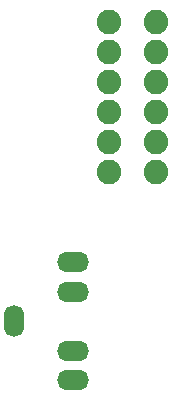
<source format=gbs>
G04*
G04 #@! TF.GenerationSoftware,Altium Limited,CircuitStudio,1.5.2 (30)*
G04*
G04 Layer_Color=8150272*
%FSLAX25Y25*%
%MOIN*%
G70*
G01*
G75*
%ADD18O,0.06706X0.10642*%
%ADD19O,0.10642X0.06706*%
%ADD20C,0.08200*%
D18*
X409449Y421260D02*
D03*
D19*
X429134Y401575D02*
D03*
Y411417D02*
D03*
Y440945D02*
D03*
Y431102D02*
D03*
D20*
X456693Y521063D02*
D03*
Y511063D02*
D03*
Y501063D02*
D03*
Y491063D02*
D03*
Y481063D02*
D03*
Y471063D02*
D03*
X440945Y471063D02*
D03*
Y481063D02*
D03*
Y491063D02*
D03*
Y501063D02*
D03*
Y511063D02*
D03*
Y521063D02*
D03*
M02*

</source>
